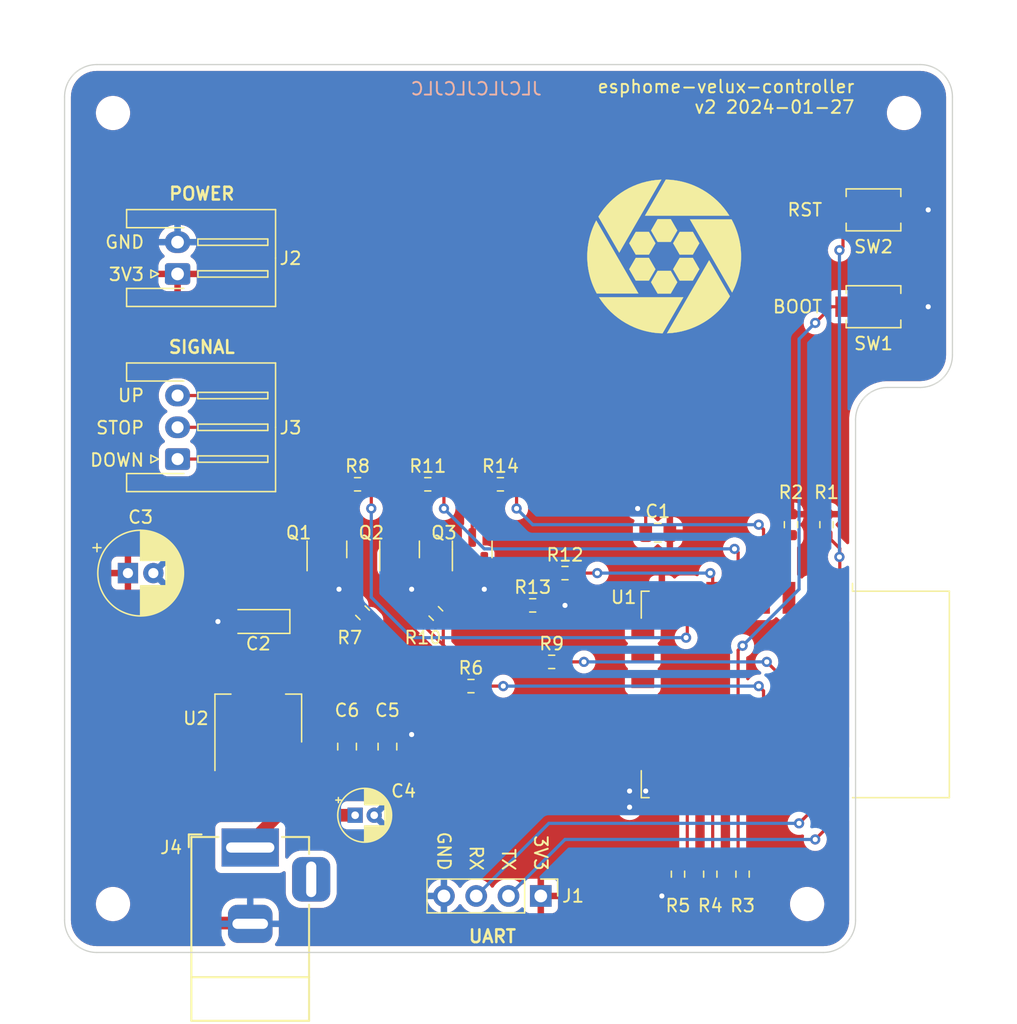
<source format=kicad_pcb>
(kicad_pcb (version 20241229) (generator "pcbnew") (generator_version "9.0")
  (layers (0 "F.Cu" signal) (2 "B.Cu" signal) (13 "F.Paste" user) (15 "B.Paste" user) (5 "F.SilkS" user "F.Silkscreen") (7 "B.SilkS" user "B.Silkscreen") (1 "F.Mask" user) (3 "B.Mask" user) (25 "Edge.Cuts" user))
  (net 0 "")
  (net 1 "GND")
  (net 2 "+3.3V")
  (net 3 "VCC")
  (net 4 "/TXD")
  (net 5 "/RXD")
  (net 6 "/GPIO4")
  (net 7 "/GPIO5")
  (net 8 "/GPIO12")
  (net 9 "/RST")
  (net 10 "/EN")
  (net 11 "/GPIO0")
  (net 12 "/GPIO2")
  (net 13 "/GPIO15")
  (net 15 "/GPIO14")
  (net 16 "/GPIO16")
  (net 17 "/GPIO13")
  (net 24 "/LINE_UP")
  (net 25 "/LINE_STOP")
  (net 26 "/LINE_DOWN")
  (net 28 "Net-(Q1-B)")
  (net 29 "Net-(Q2-B)")
  (net 30 "Net-(Q3-B)")
  (footprint "footprints:SW_PTS820" (layer "F.Cu") (at 203.34 74.93 180)
    (property "Reference" "SW2" (at 0 -2.9 0) (layer "F.SilkS"))
    (property "Value" "RST" (at 3.95 0 180) (layer "F.SilkS") (effects (justify right)))
    (pad "1" smd rect (at -2.4 0 180) (size 1.2 1.6) (layers "F.Cu" "F.Mask" "F.Paste") (net 1 "GND"))
    (pad "2" smd rect (at 2.4 0 180) (size 1.2 1.6) (layers "F.Cu" "F.Mask" "F.Paste") (net 9 "/RST"))
  )
  (footprint "Capacitor_SMD:C_0805_2012Metric" (layer "F.Cu") (at 165.1 117.155 -90)
    (property "Reference" "C5" (at -2.855 0 180) (layer "F.SilkS"))
    (property "Value" "10μF")
    (pad "1" smd roundrect (at -0.95 0 270) (size 1 1.45) (layers "F.Cu" "F.Mask" "F.Paste") (net 1 "GND"))
    (pad "2" smd roundrect (at 0.95 0 270) (size 1 1.45) (layers "F.Cu" "F.Mask" "F.Paste") (net 3 "VCC"))
  )
  (footprint "Package_TO_SOT_SMD:SOT-23" (layer "F.Cu") (at 160.34 101.64 90)
    (property "Reference" "Q1" (at 1.31 -2.225 180) (layer "F.SilkS"))
    (property "Value" "MMBT3904")
    (pad "1" smd roundrect (at -0.9375 -0.95 90) (size 1.475 0.6) (layers "F.Cu" "F.Mask" "F.Paste") (net 28 "Net-(Q1-B)"))
    (pad "2" smd roundrect (at -0.9375 0.95 90) (size 1.475 0.6) (layers "F.Cu" "F.Mask" "F.Paste") (net 1 "GND"))
    (pad "3" smd roundrect (at 0.9375 0 90) (size 1.475 0.6) (layers "F.Cu" "F.Mask" "F.Paste") (net 26 "/LINE_DOWN"))
  )
  (footprint "Resistor_SMD:R_0603_1608Metric" (layer "F.Cu") (at 187.96 127.19 90)
    (property "Reference" "R5" (at -2.477 0 180) (layer "F.SilkS"))
    (property "Value" "10K")
    (pad "1" smd roundrect (at -0.825 0 90) (size 0.8 0.95) (layers "F.Cu" "F.Mask" "F.Paste") (net 1 "GND"))
    (pad "2" smd roundrect (at 0.825 0 90) (size 0.8 0.95) (layers "F.Cu" "F.Mask" "F.Paste") (net 13 "/GPIO15"))
  )
  (footprint "MountingHole:MountingHole_2.2mm_M2" (layer "F.Cu") (at 198.12 129.54)
    (property "Reference" "H1")
    (property "Value" "MountingHole")
    (pad "" np_thru_hole circle (at 0 0) (size 2.2 2.2) (drill 2.2) (layers "*.Cu" "*.Mask"))
  )
  (footprint "Resistor_SMD:R_0603_1608Metric" (layer "F.Cu") (at 179.07 103.505)
    (property "Reference" "R12" (at 0 -1.43 0) (layer "F.SilkS"))
    (property "Value" "1K")
    (pad "1" smd roundrect (at -0.825 0) (size 0.8 0.95) (layers "F.Cu" "F.Mask" "F.Paste") (net 30 "Net-(Q3-B)"))
    (pad "2" smd roundrect (at 0.825 0) (size 0.8 0.95) (layers "F.Cu" "F.Mask" "F.Paste") (net 8 "/GPIO12"))
  )
  (footprint "footprints:SW_PTS820" (layer "F.Cu") (at 203.34 82.55 180)
    (property "Reference" "SW1" (at 0 -2.9 0) (layer "F.SilkS"))
    (property "Value" "BOOT" (at 3.95 0 180) (layer "F.SilkS") (effects (justify right)))
    (pad "1" smd rect (at -2.4 0 180) (size 1.2 1.6) (layers "F.Cu" "F.Mask" "F.Paste") (net 1 "GND"))
    (pad "2" smd rect (at 2.4 0 180) (size 1.2 1.6) (layers "F.Cu" "F.Mask" "F.Paste") (net 11 "/GPIO0"))
  )
  (footprint "Resistor_SMD:R_0603_1608Metric" (layer "F.Cu") (at 178.0225 110.49)
    (property "Reference" "R9" (at 0 -1.43 0) (layer "F.SilkS"))
    (property "Value" "1K")
    (pad "1" smd roundrect (at -0.825 0) (size 0.8 0.95) (layers "F.Cu" "F.Mask" "F.Paste") (net 29 "Net-(Q2-B)"))
    (pad "2" smd roundrect (at 0.825 0) (size 0.8 0.95) (layers "F.Cu" "F.Mask" "F.Paste") (net 7 "/GPIO5"))
  )
  (footprint "Resistor_SMD:R_0603_1608Metric" (layer "F.Cu") (at 176.53 106.045)
    (property "Reference" "R13" (at 0 -1.43 0) (layer "F.SilkS"))
    (property "Value" "10K")
    (pad "1" smd roundrect (at -0.825 0) (size 0.8 0.95) (layers "F.Cu" "F.Mask" "F.Paste") (net 30 "Net-(Q3-B)"))
    (pad "2" smd roundrect (at 0.825 0) (size 0.8 0.95) (layers "F.Cu" "F.Mask" "F.Paste") (net 1 "GND"))
  )
  (footprint "Resistor_SMD:R_0603_1608Metric" (layer "F.Cu") (at 193.04 127.19 -90)
    (property "Reference" "R3" (at 2.477 0 180) (layer "F.SilkS"))
    (property "Value" "10K")
    (pad "1" smd roundrect (at -0.825 0 270) (size 0.8 0.95) (layers "F.Cu" "F.Mask" "F.Paste") (net 11 "/GPIO0"))
    (pad "2" smd roundrect (at 0.825 0 270) (size 0.8 0.95) (layers "F.Cu" "F.Mask" "F.Paste") (net 2 "+3.3V"))
  )
  (footprint "Resistor_SMD:R_0603_1608Metric" (layer "F.Cu") (at 199.644 99.695 90)
    (property "Reference" "R1" (at 2.54 0 180) (layer "F.SilkS"))
    (property "Value" "10K")
    (pad "1" smd roundrect (at -0.825 0 90) (size 0.8 0.95) (layers "F.Cu" "F.Mask" "F.Paste") (net 9 "/RST"))
    (pad "2" smd roundrect (at 0.825 0 90) (size 0.8 0.95) (layers "F.Cu" "F.Mask" "F.Paste") (net 2 "+3.3V"))
  )
  (footprint "RF_Module:ESP-12E" (layer "F.Cu") (at 197.19 113.05 -90)
    (property "Reference" "U1" (at -7.64 12.405 180) (layer "F.SilkS") (effects (justify right)))
    (property "Value" "ESP-12F")
    (pad "1" smd rect (at -7.6 -3.5 270) (size 2.5 1) (layers "F.Cu" "F.Mask" "F.Paste") (net 9 "/RST"))
    (pad "2" smd rect (at -7.6 -1.5 270) (size 2.5 1) (layers "F.Cu" "F.Mask" "F.Paste"))
    (pad "3" smd rect (at -7.6 0.5 270) (size 2.5 1) (layers "F.Cu" "F.Mask" "F.Paste") (net 10 "/EN"))
    (pad "4" smd rect (at -7.6 2.5 270) (size 2.5 1) (layers "F.Cu" "F.Mask" "F.Paste") (net 16 "/GPIO16"))
    (pad "5" smd rect (at -7.6 4.5 270) (size 2.5 1) (layers "F.Cu" "F.Mask" "F.Paste") (net 15 "/GPIO14"))
    (pad "6" smd rect (at -7.6 6.5 270) (size 2.5 1) (layers "F.Cu" "F.Mask" "F.Paste") (net 8 "/GPIO12"))
    (pad "7" smd rect (at -7.6 8.5 270) (size 2.5 1) (layers "F.Cu" "F.Mask" "F.Paste") (net 17 "/GPIO13"))
    (pad "8" smd rect (at -7.6 10.5 270) (size 2.5 1) (layers "F.Cu" "F.Mask" "F.Paste") (net 2 "+3.3V"))
    (pad "9" smd rect (at -5 12 270) (size 1 1.8) (layers "F.Cu" "F.Mask" "F.Paste"))
    (pad "10" smd rect (at -3 12 270) (size 1 1.8) (layers "F.Cu" "F.Mask" "F.Paste"))
    (pad "11" smd rect (at -1 12 270) (size 1 1.8) (layers "F.Cu" "F.Mask" "F.Paste"))
    (pad "12" smd rect (at 1 12 270) (size 1 1.8) (layers "F.Cu" "F.Mask" "F.Paste"))
    (pad "13" smd rect (at 3 12 270) (size 1 1.8) (layers "F.Cu" "F.Mask" "F.Paste"))
    (pad "14" smd rect (at 5 12 270) (size 1 1.8) (layers "F.Cu" "F.Mask" "F.Paste"))
    (pad "15" smd rect (at 7.6 10.5 270) (size 2.5 1) (layers "F.Cu" "F.Mask" "F.Paste") (net 1 "GND"))
    (pad "16" smd rect (at 7.6 8.5 270) (size 2.5 1) (layers "F.Cu" "F.Mask" "F.Paste") (net 13 "/GPIO15"))
    (pad "17" smd rect (at 7.6 6.5 270) (size 2.5 1) (layers "F.Cu" "F.Mask" "F.Paste") (net 12 "/GPIO2"))
    (pad "18" smd rect (at 7.6 4.5 270) (size 2.5 1) (layers "F.Cu" "F.Mask" "F.Paste") (net 11 "/GPIO0"))
    (pad "19" smd rect (at 7.6 2.5 270) (size 2.5 1) (layers "F.Cu" "F.Mask" "F.Paste") (net 6 "/GPIO4"))
    (pad "20" smd rect (at 7.6 0.5 270) (size 2.5 1) (layers "F.Cu" "F.Mask" "F.Paste") (net 7 "/GPIO5"))
    (pad "21" smd rect (at 7.6 -1.5 270) (size 2.5 1) (layers "F.Cu" "F.Mask" "F.Paste") (net 5 "/RXD"))
    (pad "22" smd rect (at 7.6 -3.5 270) (size 2.5 1) (layers "F.Cu" "F.Mask" "F.Paste") (net 4 "/TXD"))
    (zone (net 0) (net_name "") (layers "F.Cu" "B.Cu") (connect_pads (clearance 0)) (min_thickness 0.254)
      (keepout (tracks not_allowed) (vias not_allowed) (pads not_allowed) (copperpour not_allowed) (footprints not_allowed))
      (fill (thermal_gap 0.508) (thermal_bridge_width 0.508))
      (polygon (pts (xy 201.99 104.93) (xy 201.99 121.17) (xy 209.31 121.17) (xy 209.31 104.93)))
    )
  )
  (footprint "Connector_JST:JST_XH_S3B-XH-A-1_1x03_P2.50mm_Horizontal" (layer "F.Cu") (at 148.59 94.535 90)
    (property "Reference" "J3" (at 2.46 8.89 180) (layer "F.SilkS"))
    (property "Value" "SIGNAL" (at 8.81 1.905 180) (layer "F.SilkS") (effects (font (thickness 0.2) (bold yes))))
    (pad "1" thru_hole roundrect (at 0 0 90) (size 1.7 1.95) (drill 0.95) (layers "*.Cu" "*.Mask") (roundrect_rratio 0.1470588235) (net 26 "/LINE_DOWN"))
    (pad "2" thru_hole oval (at 2.5 0 90) (size 1.7 1.95) (drill 0.95) (layers "*.Cu" "*.Mask") (net 25 "/LINE_STOP"))
    (pad "3" thru_hole oval (at 5 0 90) (size 1.7 1.95) (drill 0.95) (layers "*.Cu" "*.Mask") (net 24 "/LINE_UP"))
  )
  (footprint "Package_TO_SOT_SMD:SOT-223-3_TabPin2" (layer "F.Cu") (at 154.94 114.935 90)
    (property "Reference" "U2" (at 0 -3.81 180) (layer "F.SilkS") (effects (justify right)))
    (property "Value" "AMS1117-3.3")
    (pad "1" smd rect (at -3.15 -2.3 90) (size 2 1.5) (layers "F.Cu" "F.Mask" "F.Paste") (net 1 "GND"))
    (pad "2" smd rect (at -3.15 0 90) (size 2 1.5) (layers "F.Cu" "F.Mask" "F.Paste") (net 2 "+3.3V"))
    (pad "2" smd rect (at 3.15 0 90) (size 2 3.8) (layers "F.Cu" "F.Mask" "F.Paste") (net 2 "+3.3V"))
    (pad "3" smd rect (at -3.15 2.3 90) (size 2 1.5) (layers "F.Cu" "F.Mask" "F.Paste") (net 3 "VCC"))
  )
  (footprint "Capacitor_THT:CP_Radial_D4.0mm_P1.50mm" (layer "F.Cu") (at 162.56 122.555)
    (property "Reference" "C4" (at 3.81 -1.905 0) (layer "F.SilkS"))
    (property "Value" "10μF")
    (pad "1" thru_hole rect (at 0 0) (size 1.2 1.2) (drill 0.6) (layers "*.Cu" "*.Mask") (net 3 "VCC"))
    (pad "2" thru_hole circle (at 1.5 0) (size 1.2 1.2) (drill 0.6) (layers "*.Cu" "*.Mask") (net 1 "GND"))
  )
  (footprint "MountingHole:MountingHole_2.2mm_M2" (layer "F.Cu") (at 205.74 67.31)
    (property "Reference" "H4")
    (property "Value" "MountingHole")
    (pad "" np_thru_hole circle (at 0 0) (size 2.2 2.2) (drill 2.2) (layers "*.Cu" "*.Mask"))
  )
  (footprint "footprints:CP_Radial_D6.5mm_P2.00mm" (layer "F.Cu") (at 144.685 103.505)
    (property "Reference" "C3" (at 1 -4.4 0) (layer "F.SilkS"))
    (property "Value" "470μF")
    (pad "1" thru_hole rect (at 0 0) (size 1.6 1.6) (drill 0.8) (layers "*.Cu" "*.Mask") (net 2 "+3.3V"))
    (pad "2" thru_hole circle (at 2 0) (size 1.6 1.6) (drill 0.8) (layers "*.Cu" "*.Mask") (net 1 "GND"))
  )
  (footprint "footprints:DC_barrel_jack_2.1mm" (layer "F.Cu") (at 154.305 125.095 90)
    (property "Reference" "J4" (at 0 -6.223 180) (layer "F.SilkS"))
    (property "Value" "PWR")
    (pad "1" thru_hole rect (at 0 0 90) (size 3 4.5) (drill oval 0.8 3.8) (layers "*.Cu" "*.Mask") (net 3 "VCC"))
    (pad "2" thru_hole roundrect (at -6 0 90) (size 3 3.5) (drill oval 0.8 2.8) (layers "*.Cu" "*.Mask") (net 1 "GND"))
    (pad "3" thru_hole roundrect (at -2.5 4.8 90) (size 3.5 3) (drill oval 2.8 0.8) (layers "*.Cu" "*.Mask"))
  )
  (footprint "MountingHole:MountingHole_2.2mm_M2" (layer "F.Cu") (at 143.51 67.31)
    (property "Reference" "H3")
    (property "Value" "MountingHole")
    (pad "" np_thru_hole circle (at 0 0) (size 2.2 2.2) (drill 2.2) (layers "*.Cu" "*.Mask"))
  )
  (footprint "Resistor_SMD:R_0603_1608Metric" (layer "F.Cu") (at 162.75 96.52)
    (property "Reference" "R8" (at 0 -1.43 0) (layer "F.SilkS"))
    (property "Value" "1K")
    (pad "1" smd roundrect (at -0.825 0) (size 0.8 0.95) (layers "F.Cu" "F.Mask" "F.Paste") (net 26 "/LINE_DOWN"))
    (pad "2" smd roundrect (at 0.825 0) (size 0.8 0.95) (layers "F.Cu" "F.Mask" "F.Paste") (net 17 "/GPIO13"))
  )
  (footprint "Capacitor_SMD:C_0805_2012Metric" (layer "F.Cu") (at 161.925 117.155 -90)
    (property "Reference" "C6" (at -2.855 0 180) (layer "F.SilkS"))
    (property "Value" "0.1μF")
    (pad "1" smd roundrect (at -0.95 0 270) (size 1 1.45) (layers "F.Cu" "F.Mask" "F.Paste") (net 1 "GND"))
    (pad "2" smd roundrect (at 0.95 0 270) (size 1 1.45) (layers "F.Cu" "F.Mask" "F.Paste") (net 3 "VCC"))
  )
  (footprint "Capacitor_Tantalum_SMD:CP_EIA-3216-10_Kemet-I_Pad1.58x1.35mm_HandSolder" (layer "F.Cu") (at 154.94 107.315 180)
    (property "Reference" "C2" (at 0 -1.75 180) (layer "F.SilkS"))
    (property "Value" "22μF")
    (pad "1" smd roundrect (at -1.4375 0 180) (size 1.575 1.35) (layers "F.Cu" "F.Mask" "F.Paste") (roundrect_rratio 0.185185) (net 2 "+3.3V"))
    (pad "2" smd roundrect (at 1.4375 0 180) (size 1.575 1.35) (layers "F.Cu" "F.Mask" "F.Paste") (roundrect_rratio 0.185185) (net 1 "GND"))
  )
  (footprint "Resistor_SMD:R_0603_1608Metric" (layer "F.Cu") (at 173.99 96.52)
    (property "Reference" "R14" (at 0 -1.43 0) (layer "F.SilkS"))
    (property "Value" "1K")
    (pad "1" smd roundrect (at -0.825 0) (size 0.8 0.95) (layers "F.Cu" "F.Mask" "F.Paste") (net 24 "/LINE_UP"))
    (pad "2" smd roundrect (at 0.825 0) (size 0.8 0.95) (layers "F.Cu" "F.Mask" "F.Paste") (net 16 "/GPIO16"))
  )
  (footprint "Package_TO_SOT_SMD:SOT-23" (layer "F.Cu") (at 166.055 101.64 90)
    (property "Reference" "Q2" (at 1.31 -2.225 180) (layer "F.SilkS"))
    (property "Value" "MMBT3904")
    (pad "1" smd roundrect (at -0.9375 -0.95 90) (size 1.475 0.6) (layers "F.Cu" "F.Mask" "F.Paste") (net 29 "Net-(Q2-B)"))
    (pad "2" smd roundrect (at -0.9375 0.95 90) (size 1.475 0.6) (layers "F.Cu" "F.Mask" "F.Paste") (net 1 "GND"))
    (pad "3" smd roundrect (at 0.9375 0 90) (size 1.475 0.6) (layers "F.Cu" "F.Mask" "F.Paste") (net 25 "/LINE_STOP"))
  )
  (footprint "Package_TO_SOT_SMD:SOT-23" (layer "F.Cu") (at 171.77 101.64 90)
    (property "Reference" "Q3" (at 1.31 -2.225 180) (layer "F.SilkS"))
    (property "Value" "MMBT3904")
    (pad "1" smd roundrect (at -0.9375 -0.95 90) (size 1.475 0.6) (layers "F.Cu" "F.Mask" "F.Paste") (net 30 "Net-(Q3-B)"))
    (pad "2" smd roundrect (at -0.9375 0.95 90) (size 1.475 0.6) (layers "F.Cu" "F.Mask" "F.Paste") (net 1 "GND"))
    (pad "3" smd roundrect (at 0.9375 0 90) (size 1.475 0.6) (layers "F.Cu" "F.Mask" "F.Paste") (net 24 "/LINE_UP"))
  )
  (footprint "Resistor_SMD:R_0603_1608Metric" (layer "F.Cu") (at 168.275 96.52)
    (property "Reference" "R11" (at 0 -1.43 0) (layer "F.SilkS"))
    (property "Value" "1K")
    (pad "1" smd roundrect (at -0.825 0) (size 0.8 0.95) (layers "F.Cu" "F.Mask" "F.Paste") (net 25 "/LINE_STOP"))
    (pad "2" smd roundrect (at 0.825 0) (size 0.8 0.95) (layers "F.Cu" "F.Mask" "F.Paste") (net 15 "/GPIO14"))
  )
  (footprint "Resistor_SMD:R_0603_1608Metric" (layer "F.Cu") (at 196.85 99.695 90)
    (property "Reference" "R2" (at 2.54 0 180) (layer "F.SilkS"))
    (property "Value" "10K")
    (pad "1" smd roundrect (at -0.825 0 90) (size 0.8 0.95) (layers "F.Cu" "F.Mask" "F.Paste") (net 10 "/EN"))
    (pad "2" smd roundrect (at 0.825 0 90) (size 0.8 0.95) (layers "F.Cu" "F.Mask" "F.Paste") (net 2 "+3.3V"))
  )
  (footprint "Resistor_SMD:R_0603_1608Metric" (layer "F.Cu") (at 163.143363 106.628363 135)
    (property "Reference" "R7" (at -0.668551 -2.098552 180) (layer "F.SilkS"))
    (property "Value" "10K")
    (pad "1" smd roundrect (at -0.825 0 135) (size 0.8 0.95) (layers "F.Cu" "F.Mask" "F.Paste") (net 28 "Net-(Q1-B)"))
    (pad "2" smd roundrect (at 0.825 0 135) (size 0.8 0.95) (layers "F.Cu" "F.Mask" "F.Paste") (net 1 "GND"))
  )
  (footprint "Connector_JST:JST_XH_S2B-XH-A-1_1x02_P2.50mm_Horizontal" (layer "F.Cu") (at 148.59 79.97 90)
    (property "Reference" "J2" (at 1.23 8.89 180) (layer "F.SilkS"))
    (property "Value" "POWER" (at 6.31 1.905 180) (layer "F.SilkS") (effects (font (thickness 0.2) (bold yes))))
    (pad "1" thru_hole roundrect (at 0 0 90) (size 1.7 2) (drill 1) (layers "*.Cu" "*.Mask") (roundrect_rratio 0.1470588235) (net 2 "+3.3V"))
    (pad "2" thru_hole oval (at 2.5 0 90) (size 1.7 2) (drill 1) (layers "*.Cu" "*.Mask") (net 1 "GND"))
  )
  (footprint "MountingHole:MountingHole_2.2mm_M2" (layer "F.Cu") (at 143.51 129.54)
    (property "Reference" "H2")
    (property "Value" "MountingHole")
    (pad "" np_thru_hole circle (at 0 0) (size 2.2 2.2) (drill 2.2) (layers "*.Cu" "*.Mask"))
  )
  (footprint "Capacitor_SMD:C_0805_2012Metric" (layer "F.Cu") (at 186.37 100.33)
    (property "Reference" "C1" (at 0 -1.68 0) (layer "F.SilkS"))
    (property "Value" "0.1μF")
    (pad "1" smd roundrect (at -0.95 0) (size 1 1.45) (layers "F.Cu" "F.Mask" "F.Paste") (net 1 "GND"))
    (pad "2" smd roundrect (at 0.95 0) (size 1 1.45) (layers "F.Cu" "F.Mask" "F.Paste") (net 2 "+3.3V"))
  )
  (footprint "Resistor_SMD:R_0603_1608Metric" (layer "F.Cu") (at 168.91 106.68 135)
    (property "Reference" "R10" (at -0.632038 -2.062039 180) (layer "F.SilkS"))
    (property "Value" "10K")
    (pad "1" smd roundrect (at -0.825 0 135) (size 0.8 0.95) (layers "F.Cu" "F.Mask" "F.Paste") (net 29 "Net-(Q2-B)"))
    (pad "2" smd roundrect (at 0.825 0 135) (size 0.8 0.95) (layers "F.Cu" "F.Mask" "F.Paste") (net 1 "GND"))
  )
  (footprint "Resistor_SMD:R_0603_1608Metric" (layer "F.Cu") (at 190.5 127.19 -90)
    (property "Reference" "R4" (at 2.477 0 180) (layer "F.SilkS"))
    (property "Value" "10K")
    (pad "1" smd roundrect (at -0.825 0 270) (size 0.8 0.95) (layers "F.Cu" "F.Mask" "F.Paste") (net 12 "/GPIO2"))
    (pad "2" smd roundrect (at 0.825 0 270) (size 0.8 0.95) (layers "F.Cu" "F.Mask" "F.Paste") (net 2 "+3.3V"))
  )
  (footprint "Resistor_SMD:R_0603_1608Metric" (layer "F.Cu") (at 171.6725 112.395)
    (property "Reference" "R6" (at 0 -1.43 0) (layer "F.SilkS"))
    (property "Value" "1K")
    (pad "1" smd roundrect (at -0.825 0) (size 0.8 0.95) (layers "F.Cu" "F.Mask" "F.Paste") (net 28 "Net-(Q1-B)"))
    (pad "2" smd roundrect (at 0.825 0) (size 0.8 0.95) (layers "F.Cu" "F.Mask" "F.Paste") (net 6 "/GPIO4"))
  )
  (footprint "Connector_PinHeader_2.54mm:PinHeader_1x04_P2.54mm_Vertical" (layer "F.Cu") (at 177.165 128.905 -90)
    (property "Reference" "J1" (at 0 -2.54 180) (layer "F.SilkS"))
    (property "Value" "UART" (at 3.175 3.81 180) (layer "F.SilkS") (effects (font (thickness 0.2) (bold yes))))
    (pad "1" thru_hole rect (at 0 0 270) (size 1.7 1.7) (drill 1) (layers "*.Cu" "*.Mask") (net 2 "+3.3V"))
    (pad "2" thru_hole oval (at 0 2.54 270) (size 1.7 1.7) (drill 1) (layers "*.Cu" "*.Mask") (net 4 "/TXD"))
    (pad "3" thru_hole oval (at 0 5.08 270) (size 1.7 1.7) (drill 1) (layers "*.Cu" "*.Mask") (net 5 "/RXD"))
    (pad "4" thru_hole oval (at 0 7.62 270) (size 1.7 1.7) (drill 1) (layers "*.Cu" "*.Mask") (net 1 "GND"))
  )
  (gr_poly (pts (xy 192.045568 81.72908) (xy 191.84419 82.039066) (xy 191.62482 82.335555) (xy 191.388225 82.617776) (xy 191.135175 82.884958) (xy 190.866436 83.136333) (xy 190.582778 83.371129) (xy 190.284968 83.588577) (xy 189.973775 83.787906) (xy 189.649966 83.968346) (xy 189.31431 84.129127) (xy 188.967574 84.269479) (xy 188.610528 84.388631) (xy 188.243938 84.485814) (xy 187.868574 84.560257) (xy 187.485203 84.611189) (xy 187.094594 84.637842) (xy 188.771184 81.733793) (xy 190.40974 78.895682)) (stroke (width 0.016)) (fill yes) (layer "F.SilkS"))
  (gr_poly (pts (xy 187.905004 80.61998) (xy 187.388778 81.514023) (xy 186.356448 81.514023) (xy 185.840304 80.61998) (xy 186.356448 79.725936) (xy 187.388778 79.725936)) (stroke (width 0.016)) (fill yes) (layer "F.SilkS"))
  (gr_poly (pts (xy 186.745922 84.641315) (xy 186.549115 84.63409) (xy 186.353976 84.620657) (xy 186.1606 84.601111) (xy 185.969083 84.575551) (xy 185.779521 84.544071) (xy 185.592008 84.506768) (xy 185.406642 84.463738) (xy 185.223517 84.415079) (xy 185.042729 84.360886) (xy 184.864373 84.301256) (xy 184.688546 84.236285) (xy 184.515342 84.166069) (xy 184.177188 84.01029) (xy 183.850675 83.834689) (xy 183.536569 83.640037) (xy 183.235633 83.427106) (xy 182.948634 83.196667) (xy 182.676334 82.949489) (xy 182.4195 82.686346) (xy 182.178895 82.408007) (xy 181.955284 82.115244) (xy 181.749432 81.808827) (xy 188.381171 81.808827)) (stroke (width 0.016)) (fill yes) (layer "F.SilkS"))
  (gr_poly (pts (xy 186.186494 79.598977) (xy 185.670144 80.493021) (xy 184.637855 80.493021) (xy 184.121711 79.598977) (xy 184.637855 78.704851) (xy 185.670144 78.704851)) (stroke (width 0.016)) (fill yes) (layer "F.SilkS"))
  (gr_poly (pts (xy 184.974165 75.457297) (xy 183.335568 78.295284) (xy 181.699616 75.461928) (xy 181.901011 75.151945) (xy 182.120397 74.855461) (xy 182.357006 74.573246) (xy 182.61007 74.30607) (xy 182.878823 74.054704) (xy 183.162494 73.819916) (xy 183.460317 73.602478) (xy 183.771524 73.403159) (xy 184.095347 73.222728) (xy 184.431017 73.061957) (xy 184.777767 72.921615) (xy 185.134829 72.802472) (xy 185.501435 72.705297) (xy 185.876818 72.630862) (xy 186.260208 72.579936) (xy 186.650838 72.553289)) (stroke (width 0.016)) (fill yes) (layer "F.SilkS"))
  (gr_poly (pts (xy 192.260358 75.845993) (xy 192.342371 76.012433) (xy 192.419416 76.181672) (xy 192.49139 76.35362) (xy 192.558192 76.528186) (xy 192.61972 76.705281) (xy 192.675872 76.884815) (xy 192.726545 77.066697) (xy 192.771639 77.250838) (xy 192.811051 77.437148) (xy 192.844679 77.625536) (xy 192.872422 77.815912) (xy 192.894177 78.008187) (xy 192.909842 78.202271) (xy 192.919316 78.398073) (xy 192.922497 78.595504) (xy 192.919505 78.78674) (xy 192.910592 78.976441) (xy 192.895853 79.164524) (xy 192.875383 79.35091) (xy 192.849277 79.535519) (xy 192.817629 79.71827) (xy 192.780534 79.899083) (xy 192.738088 80.077877) (xy 192.690384 80.254573) (xy 192.637517 80.429089) (xy 192.579583 80.601346) (xy 192.516676 80.771263) (xy 192.448891 80.93876) (xy 192.376323 81.103756) (xy 192.299066 81.266172) (xy 192.217216 81.425926) (xy 190.539717 78.520428) (xy 188.90116 75.682441) (xy 192.173478 75.682441)) (stroke (width 0.016)) (fill yes) (layer "F.SilkS"))
  (gr_poly (pts (xy 187.905046 76.553417) (xy 187.388778 77.447461) (xy 186.356448 77.447461) (xy 185.840304 76.553417) (xy 186.356448 75.659332) (xy 187.388778 75.659332)) (stroke (width 0.016)) (fill yes) (layer "F.SilkS"))
  (gr_poly (pts (xy 183.20555 78.67058) (xy 184.844148 81.508649) (xy 181.571789 81.508649) (xy 181.484912 81.345103) (xy 181.402902 81.178667) (xy 181.325861 81.009431) (xy 181.25389 80.837486) (xy 181.187091 80.66292) (xy 181.125567 80.485824) (xy 181.069418 80.306289) (xy 181.018748 80.124404) (xy 180.973657 79.940259) (xy 180.934248 79.753945) (xy 180.900622 79.565552) (xy 180.872882 79.375169) (xy 180.851129 79.182887) (xy 180.835465 78.988795) (xy 180.825992 78.792985) (xy 180.822812 78.595545) (xy 180.825804 78.40432) (xy 180.834717 78.21463) (xy 180.849457 78.026555) (xy 180.869928 77.840176) (xy 180.896035 77.655572) (xy 180.927683 77.472825) (xy 180.964778 77.292014) (xy 181.007224 77.11322) (xy 181.054927 76.936523) (xy 181.107791 76.762004) (xy 181.165722 76.589744) (xy 181.228624 76.419821) (xy 181.296403 76.252318) (xy 181.368964 76.087313) (xy 181.446211 75.924889) (xy 181.52805 75.765124)) (stroke (width 0.016)) (fill yes) (layer "F.SilkS"))
  (gr_poly (pts (xy 186.186329 77.556848) (xy 185.670061 78.450851) (xy 184.637731 78.450851) (xy 184.121628 77.556848) (xy 184.637772 76.662764) (xy 185.670102 76.662764)) (stroke (width 0.016)) (fill yes) (layer "F.SilkS"))
  (gr_poly (pts (xy 189.64096 77.556848) (xy 189.124692 78.450851) (xy 188.092404 78.450851) (xy 187.576301 77.556848) (xy 188.092404 76.662764) (xy 189.124692 76.662764)) (stroke (width 0.016)) (fill yes) (layer "F.SilkS"))
  (gr_poly (pts (xy 189.641084 79.598977) (xy 189.124692 80.493021) (xy 188.092404 80.493021) (xy 187.576301 79.598977) (xy 188.092404 78.704851) (xy 189.124692 78.704851)) (stroke (width 0.016)) (fill yes) (layer "F.SilkS"))
  (gr_poly (pts (xy 187.196234 72.557068) (xy 187.391373 72.570488) (xy 187.584749 72.590021) (xy 187.776266 72.615571) (xy 187.965828 72.647041) (xy 188.153339 72.684335) (xy 188.338705 72.727356) (xy 188.521829 72.776009) (xy 188.702616 72.830196) (xy 188.880971 72.889821) (xy 189.056797 72.954788) (xy 189.23 73.025) (xy 189.568151 73.180774) (xy 189.89466 73.356371) (xy 190.208763 73.551021) (xy 190.509695 73.763952) (xy 190.796691 73.994391) (xy 191.068987 74.241568) (xy 191.325818 74.504711) (xy 191.566419 74.783049) (xy 191.790027 75.07581) (xy 191.995875 75.382222) (xy 185.364095 75.382222) (xy 186.999426 72.549858)) (stroke (width 0.016)) (fill yes) (layer "F.SilkS"))
  (gr_arc (start 201.93 91.44) (mid 202.673949 89.643949) (end 204.47 88.9) (stroke (width 0.1)) (layer "Edge.Cuts"))
  (gr_line (start 201.93 130.81) (end 201.93 91.44) (stroke (width 0.1)) (layer "Edge.Cuts"))
  (gr_line (start 142.24 63.5) (end 207.01 63.5) (stroke (width 0.1)) (layer "Edge.Cuts"))
  (gr_line (start 209.55 66.04) (end 209.55 86.36) (stroke (width 0.1)) (layer "Edge.Cuts"))
  (gr_line (start 199.39 133.35) (end 142.24 133.35) (stroke (width 0.1)) (layer "Edge.Cuts"))
  (gr_arc (start 142.24 133.35) (mid 140.443949 132.606051) (end 139.7 130.81) (stroke (width 0.1)) (layer "Edge.Cuts"))
  (gr_arc (start 201.93 130.81) (mid 201.186051 132.606051) (end 199.39 133.35) (stroke (width 0.1)) (layer "Edge.Cuts"))
  (gr_arc (start 207.01 63.5) (mid 208.806051 64.243949) (end 209.55 66.04) (stroke (width 0.1)) (layer "Edge.Cuts"))
  (gr_line (start 139.7 130.81) (end 139.7 66.04) (stroke (width 0.1)) (layer "Edge.Cuts"))
  (gr_arc (start 209.55 86.36) (mid 208.806051 88.156051) (end 207.01 88.9) (stroke (width 0.1)) (layer "Edge.Cuts"))
  (gr_line (start 204.47 88.9) (end 207.01 88.9) (stroke (width 0.1)) (layer "Edge.Cuts"))
  (gr_arc (start 139.7 66.04) (mid 140.443949 64.243949) (end 142.24 63.5) (stroke (width 0.1)) (layer "Edge.Cuts"))
  (gr_text "GND" (at 146.05 77.47 0) (layer "F.SilkS") (effects (font (size 1 1)) (justify right)))
  (gr_text "3V3" (at 146.05 80.01 0) (layer "F.SilkS") (effects (font (size 1 1)) (justify right)))
  (gr_text "TX" (at 174.625 127 270) (layer "F.SilkS") (effects (font (size 1 1)) (justify right)))
  (gr_text "STOP" (at 146.05 92.075 0) (layer "F.SilkS") (effects (font (size 1 1)) (justify right)))
  (gr_text "3V3" (at 177.165 127 270) (layer "F.SilkS") (effects (font (size 1 1)) (justify right)))
  (gr_text "esphome-velux-controller\nv2 2024-01-27" (at 201.93 66.04 0) (layer "F.SilkS") (effects (font (size 1 1)) (justify right)))
  (gr_text "GND" (at 169.545 127 270) (layer "F.SilkS") (effects (font (size 1 1)) (justify right)))
  (gr_text "DOWN" (at 146.05 94.615 0) (layer "F.SilkS") (effects (font (size 1 1)) (justify right)))
  (gr_text "UP" (at 146.05 89.535 0) (layer "F.SilkS") (effects (font (size 1 1)) (justify right)))
  (gr_text "RX" (at 172.085 127 270) (layer "F.SilkS") (effects (font (size 1 1)) (justify right)))
  (gr_text "JLCJLCJLCJLC" (at 172.085 65.405 0) (layer "B.SilkS") (effects (font (size 1 1)) (justify mirror)))
  (segment (start 187.96 128.015) (end 187.58 128.015) (width 0.25) (layer "F.Cu") (net 1))
  (segment (start 184.15 120.65) (end 184.15 121.92) (width 1) (layer "F.Cu") (net 1))
  (segment (start 161.925 116.205) (end 165.1 116.205) (width 0.5) (layer "F.Cu") (net 1))
  (segment (start 186.69 120.65) (end 184.15 120.65) (width 1) (layer "F.Cu") (net 1))
  (segment (start 161.29 104.775) (end 162.56 106.045) (width 0.25) (layer "F.Cu") (net 1))
  (segment (start 187.58 128.015) (end 186.69 128.905) (width 0.25) (layer "F.Cu") (net 1))
  (segment (start 205.74 82.55) (end 207.645 82.55) (width 0.25) (layer "F.Cu") (net 1))
  (segment (start 185.42 100.33) (end 185.42 99.06) (width 0.25) (layer "F.Cu") (net 1))
  (segment (start 167.005 102.5775) (end 167.005 104.775) (width 0.25) (layer "F.Cu") (net 1))
  (segment (start 177.355 106.045) (end 179.07 106.045) (width 0.25) (layer "F.Cu") (net 1))
  (segment (start 151.355 131.035) (end 154.305 131.035) (width 1) (layer "F.Cu") (net 1))
  (segment (start 151.765 107.315) (end 153.5025 107.315) (width 0.25) (layer "F.Cu") (net 1))
  (segment (start 167.005 116.205) (end 165.1 116.205) (width 0.25) (layer "F.Cu") (net 1))
  (segment (start 205.74 74.93) (end 207.645 74.93) (width 0.25) (layer "F.Cu") (net 1))
  (segment (start 152.64 118.085) (end 149.225 121.5) (width 1) (layer "F.Cu") (net 1))
  (segment (start 185.42 99.06) (end 184.785 98.425) (width 0.25) (layer "F.Cu") (net 1))
  (segment (start 149.225 121.5) (end 149.225 128.905) (width 1) (layer "F.Cu") (net 1))
  (segment (start 167.005 104.775) (end 168.326637 106.096637) (width 0.25) (layer "F.Cu") (net 1))
  (segment (start 161.29 102.5775) (end 161.29 104.775) (width 0.25) (layer "F.Cu") (net 1))
  (segment (start 172.72 102.5775) (end 172.72 104.775) (width 0.25) (layer "F.Cu") (net 1))
  (segment (start 149.225 128.905) (end 151.355 131.035) (width 1) (layer "F.Cu") (net 1))
  (via (at 184.15 121.92) (size 0.8) (drill 0.4) (layers "F.Cu" "B.Cu") (net 1))
  (via (at 167.005 116.205) (size 0.8) (drill 0.4) (layers "F.Cu" "B.Cu") (net 1))
  (via (at 185.42 120.65) (size 0.8) (drill 0.4) (layers "F.Cu" "B.Cu") (net 1))
  (via (at 167.005 104.775) (size 0.8) (drill 0.4) (layers "F.Cu" "B.Cu") (net 1))
  (via (at 184.15 120.65) (size 0.8) (drill 0.4) (layers "F.Cu" "B.Cu") (net 1))
  (via (at 172.72 104.775) (size 0.8) (drill 0.4) (layers "F.Cu" "B.Cu") (net 1))
  (via (at 179.07 106.045) (size 0.8) (drill 0.4) (layers "F.Cu" "B.Cu") (net 1))
  (via (at 207.645 74.93) (size 0.8) (drill 0.4) (layers "F.Cu" "B.Cu") (net 1))
  (via (at 184.785 98.425) (size 0.8) (drill 0.4) (layers "F.Cu" "B.Cu") (net 1))
  (via (at 207.645 82.55) (size 0.8) (drill 0.4) (layers "F.Cu" "B.Cu") (net 1))
  (via (at 151.765 107.315) (size 0.8) (drill 0.4) (layers "F.Cu" "B.Cu") (net 1))
  (via (at 161.29 104.775) (size 0.8) (drill 0.4) (layers "F.Cu" "B.Cu") (net 1))
  (via (at 186.69 128.905) (size 0.8) (drill 0.4) (layers "F.Cu" "B.Cu") (net 1))
  (segment (start 161.9 118.085) (end 161.925 118.11) (width 1) (layer "F.Cu") (net 3))
  (segment (start 156.03 123.01) (end 154.305 124.735) (width 1) (layer "F.Cu") (net 3))
  (segment (start 162.56 122.555) (end 156.485 122.555) (width 1) (layer "F.Cu") (net 3))
  (segment (start 157.24 121.8) (end 156.03 123.01) (width 1) (layer "F.Cu") (net 3))
  (segment (start 161.925 118.105) (end 165.1 118.105) (width 0.5) (layer "F.Cu") (net 3))
  (segment (start 157.24 118.085) (end 161.9 118.085) (width 0.5) (layer "F.Cu") (net 3))
  (segment (start 157.24 118.085) (end 157.24 121.8) (width 1) (layer "F.Cu") (net 3))
  (segment (start 198.755 124.46) (end 200.69 122.525) (width 0.25) (layer "F.Cu") (net 4))
  (segment (start 200.69 122.525) (end 200.69 120.65) (width 0.25) (layer "F.Cu") (net 4))
  (via (at 198.755 124.46) (size 0.8) (drill 0.4) (layers "F.Cu" "B.Cu") (net 4))
  (segment (start 179.07 124.46) (end 174.625 128.905) (width 0.25) (layer "B.Cu") (net 4))
  (segment (start 198.755 124.46) (end 179.07 124.46) (width 0.25) (layer "B.Cu") (net 4))
  (segment (start 198.69 120.65) (end 198.69 121.985) (width 0.25) (layer "F.Cu") (net 5))
  (segment (start 198.69 121.985) (end 197.485 123.19) (width 0.25) (layer "F.Cu") (net 5))
  (via (at 197.485 123.19) (size 0.8) (drill 0.4) (layers "F.Cu" "B.Cu") (net 5))
  (segment (start 172.085 128.905) (end 177.8 123.19) (width 0.25) (layer "B.Cu") (net 5))
  (segment (start 177.8 123.19) (end 197.485 123.19) (width 0.25) (layer "B.Cu") (net 5))
  (segment (start 194.69 112.775) (end 194.31 112.395) (width 0.25) (layer "F.Cu") (net 6))
  (segment (start 174.2125 112.395) (end 172.4975 112.395) (width 0.25) (layer "F.Cu") (net 6))
  (segment (start 194.69 120.65) (end 194.69 112.775) (width 0.25) (layer "F.Cu") (net 6))
  (via (at 174.2125 112.395) (size 0.8) (drill 0.4) (layers "F.Cu" "B.Cu") (net 6))
  (via (at 194.31 112.395) (size 0.8) (drill 0.4) (layers "F.Cu" "B.Cu") (net 6))
  (segment (start 194.31 112.395) (end 174.2125 112.395) (width 0.25) (layer "B.Cu") (net 6))
  (segment (start 180.5625 110.49) (end 178.8475 110.49) (width 0.25) (layer "F.Cu") (net 7))
  (segment (start 196.69 112.235) (end 194.945 110.49) (width 0.25) (layer "F.Cu") (net 7))
  (segment (start 196.69 120.65) (end 196.69 112.235) (width 0.25) (layer "F.Cu") (net 7))
  (via (at 194.945 110.49) (size 0.8) (drill 0.4) (layers "F.Cu" "B.Cu") (net 7))
  (via (at 180.5625 110.49) (size 0.8) (drill 0.4) (layers "F.Cu" "B.Cu") (net 7))
  (segment (start 194.945 110.49) (end 180.5625 110.49) (width 0.25) (layer "B.Cu") (net 7))
  (segment (start 190.69 105.45) (end 190.69 103.695) (width 0.25) (layer "F.Cu") (net 8))
  (segment (start 190.69 103.695) (end 190.5 103.505) (width 0.25) (layer "F.Cu") (net 8))
  (segment (start 181.61 103.505) (end 179.895 103.505) (width 0.25) (layer "F.Cu") (net 8))
  (via (at 181.61 103.505) (size 0.8) (drill 0.4) (layers "F.Cu" "B.Cu") (net 8))
  (via (at 190.5 103.505) (size 0.8) (drill 0.4) (layers "F.Cu" "B.Cu") (net 8))
  (segment (start 190.5 103.505) (end 181.61 103.505) (width 0.25) (layer "B.Cu") (net 8))
  (segment (start 200.69 105.45) (end 200.69 102.265) (width 0.25) (layer "F.Cu") (net 9))
  (segment (start 200.69 102.205) (end 200.69 101.566) (width 0.25) (layer "F.Cu") (net 9))
  (segment (start 200.94 77.825) (end 200.66 78.105) (width 0.25) (layer "F.Cu") (net 9))
  (segment (start 200.69 102.265) (end 200.66 102.235) (width 0.25) (layer "F.Cu") (net 9))
  (segment (start 200.66 102.235) (end 200.69 102.205) (width 0.25) (layer "F.Cu") (net 9))
  (segment (start 200.69 101.566) (end 199.644 100.52) (width 0.25) (layer "F.Cu") (net 9))
  (segment (start 200.94 74.93) (end 200.94 77.825) (width 0.25) (layer "F.Cu") (net 9))
  (via (at 200.66 78.105) (size 0.8) (drill 0.4) (layers "F.Cu" "B.Cu") (net 9))
  (via (at 200.66 102.235) (size 0.8) (drill 0.4) (layers "F.Cu" "B.Cu") (net 9))
  (segment (start 200.66 102.235) (end 200.66 78.105) (width 0.25) (layer "B.Cu") (net 9))
  (segment (start 196.69 105.45) (end 196.69 100.68) (width 0.25) (layer "F.Cu") (net 10))
  (segment (start 192.69 120.65) (end 192.69 109.57) (width 0.25) (layer "F.Cu") (net 11))
  (segment (start 198.755 83.82) (end 200.025 82.55) (width 0.25) (layer "F.Cu") (net 11))
  (segment (start 200.025 82.55) (end 200.94 82.55) (width 0.25) (layer "F.Cu") (net 11))
  (segment (start 192.69 109.57) (end 193.04 109.22) (width 0.25) (layer "F.Cu") (net 11))
  (segment (start 192.69 120.65) (end 192.69 126.365) (width 0.25) (layer "F.Cu") (net 11))
  (via (at 198.755 83.82) (size 0.8) (drill 0.4) (layers "F.Cu" "B.Cu") (net 11))
  (via (at 193.04 109.22) (size 0.8) (drill 0.4) (layers "F.Cu" "B.Cu") (net 11))
  (segment (start 197.485 104.775) (end 197.485 85.09) (width 0.25) (layer "B.Cu") (net 11))
  (segment (start 197.485 85.09) (end 198.755 83.82) (width 0.25) (layer "B.Cu") (net 11))
  (segment (start 193.04 109.22) (end 197.485 104.775) (width 0.25) (layer "B.Cu") (net 11))
  (segment (start 190.69 120.65) (end 190.69 126.365) (width 0.25) (layer "F.Cu") (net 12))
  (segment (start 188.69 120.65) (end 188.69 125.635) (width 0.25) (layer "F.Cu") (net 13))
  (segment (start 188.69 125.635) (end 187.96 126.365) (width 0.25) (layer "F.Cu") (net 13))
  (segment (start 169.545 96.965) (end 169.1 96.52) (width 0.25) (layer "F.Cu") (net 15))
  (segment (start 169.545 98.425) (end 169.545 96.965) (width 0.25) (layer "F.Cu") (net 15))
  (segment (start 192.69 105.45) (end 192.69 101.885) (width 0.25) (layer "F.Cu") (net 15))
  (segment (start 192.69 101.885) (end 192.405 101.6) (width 0.25) (layer "F.Cu") (net 15))
  (via (at 169.545 98.425) (size 0.8) (drill 0.4) (layers "F.Cu" "B.Cu") (net 15))
  (via (at 192.405 101.6) (size 0.8) (drill 0.4) (layers "F.Cu" "B.Cu") (net 15))
  (segment (start 192.405 101.6) (end 172.72 101.6) (width 0.25) (layer "B.Cu") (net 15))
  (segment (start 172.72 101.6) (end 169.545 98.425) (width 0.25) (layer "B.Cu") (net 15))
  (segment (start 194.69 105.45) (end 194.69 100.075) (width 0.25) (layer "F.Cu") (net 16))
  (segment (start 175.26 96.965) (end 174.815 96.52) (width 0.25) (layer "F.Cu") (net 16))
  (segment (start 175.26 98.425) (end 175.26 96.965) (width 0.25) (layer "F.Cu") (net 16))
  (segment (start 194.69 100.075) (end 194.31 99.695) (width 0.25) (layer "F.Cu") (net 16))
  (via (at 175.26 98.425) (size 0.8) (drill 0.4) (layers "F.Cu" "B.Cu") (net 16))
  (via (at 194.31 99.695) (size 0.8) (drill 0.4) (layers "F.Cu" "B.Cu") (net 16))
  (segment (start 194.31 99.695) (end 176.53 99.695) (width 0.25) (layer "B.Cu") (net 16))
  (segment (start 176.53 99.695) (end 175.26 98.425) (width 0.25) (layer "B.Cu") (net 16))
  (segment (start 163.83 96.775) (end 163.575 96.52) (width 0.25) (layer "F.Cu") (net 17))
  (segment (start 188.69 105.45) (end 188.69 108.49) (width 0.25) (layer "F.Cu") (net 17))
  (segment (start 188.69 108.49) (end 188.595 108.585) (width 0.25) (layer "F.Cu") (net 17))
  (segment (start 163.83 98.425) (end 163.83 96.775) (width 0.25) (layer "F.Cu") (net 17))
  (via (at 163.83 98.425) (size 0.8) (drill 0.4) (layers "F.Cu" "B.Cu") (net 17))
  (via (at 188.595 108.585) (size 0.8) (drill 0.4) (layers "F.Cu" "B.Cu") (net 17))
  (segment (start 167.005 108.585) (end 163.83 105.41) (width 0.25) (layer "B.Cu") (net 17))
  (segment (start 188.595 108.585) (end 167.005 108.585) (width 0.25) (layer "B.Cu") (net 17))
  (segment (start 163.83 105.41) (end 163.83 98.425) (width 0.25) (layer "B.Cu") (net 17))
  (segment (start 173.165 96.52) (end 172.405 96.52) (width 0.25) (layer "F.Cu") (net 24))
  (segment (start 170.18 89.535) (end 148.59 89.535) (width 0.25) (layer "F.Cu") (net 24))
  (segment (start 171.77 95.885) (end 171.77 91.125) (width 0.25) (layer "F.Cu") (net 24))
  (segment (start 171.77 91.125) (end 170.18 89.535) (width 0.25) (layer "F.Cu") (net 24))
  (segment (start 172.405 96.52) (end 171.77 95.885) (width 0.25) (layer "F.Cu") (net 24))
  (segment (start 171.77 100.7025) (end 171.77 95.885) (width 0.25) (layer "F.Cu") (net 24))
  (segment (start 166.055 93.625) (end 164.465 92.035) (width 0.25) (layer "F.Cu") (net 25))
  (segment (start 164.465 92.035) (end 148.59 92.035) (width 0.25) (layer "F.Cu") (net 25))
  (segment (start 166.69 96.52) (end 166.055 95.885) (width 0.25) (layer "F.Cu") (net 25))
  (segment (start 166.055 100.7025) (end 166.055 95.885) (width 0.25) (layer "F.Cu") (net 25))
  (segment (start 167.45 96.52) (end 166.69 96.52) (width 0.25) (layer "F.Cu") (net 25))
  (segment (start 166.055 95.885) (end 166.055 93.625) (width 0.25) (layer "F.Cu") (net 25))
  (segment (start 158.75 94.535) (end 148.59 94.535) (width 0.25) (layer "F.Cu") (net 26))
  (segment (start 161.925 96.52) (end 160.735 96.52) (width 0.25) (layer "F.Cu") (net 26))
  (segment (start 160.735 96.52) (end 160.34 96.125) (width 0.25) (layer "F.Cu") (net 26))
  (segment (start 160.34 100.7025) (end 160.34 97.155) (width 0.25) (layer "F.Cu") (net 26))
  (segment (start 160.34 96.125) (end 158.75 94.535) (width 0.25) (layer "F.Cu") (net 26))
  (segment (start 160.34 97.155) (end 160.34 96.125) (width 0.25) (layer "F.Cu") (net 26))
  (segment (start 163.726726 107.211726) (end 163.726726 109.116726) (width 0.25) (layer "F.Cu") (net 28))
  (segment (start 159.385 104.775) (end 159.385 102.5825) (width 0.25) (layer "F.Cu") (net 28))
  (segment (start 159.385 102.5825) (end 159.39 102.5775) (width 0.25) (layer "F.Cu") (net 28))
  (segment (start 167.005 112.395) (end 159.385 104.775) (width 0.25) (layer "F.Cu") (net 28))
  (segment (start 170.8475 112.395) (end 167.005 112.395) (width 0.25) (layer "F.Cu") (net 28))
  (segment (start 170.815 110.49) (end 165.1 104.775) (width 0.25) (layer "F.Cu") (net 29))
  (segment (start 165.1 104.775) (end 165.1 102.5825) (width 0.25) (layer "F.Cu") (net 29))
  (segment (start 169.493363 107.263363) (end 169.493363 109.168363) (width 0.25) (layer "F.Cu") (net 29))
  (segment (start 177.1975 110.49) (end 170.815 110.49) (width 0.25) (layer "F.Cu") (net 29))
  (segment (start 165.1 102.5825) (end 165.105 102.5775) (width 0.25) (layer "F.Cu") (net 29))
  (segment (start 170.82 104.78) (end 170.82 102.5775) (width 0.25) (layer "F.Cu") (net 30))
  (segment (start 175.895 103.505) (end 178.245 103.505) (width 0.25) (layer "F.Cu") (net 30))
  (segment (start 173.355 106.045) (end 175.705 106.045) (width 0.25) (layer "F.Cu") (net 30))
  (segment (start 172.085 106.045) (end 170.82 104.78) (width 0.25) (layer "F.Cu") (net 30))
  (segment (start 175.895 103.505) (end 173.355 106.045) (width 0.25) (layer "F.Cu") (net 30))
  (segment (start 173.355 106.045) (end 172.085 106.045) (width 0.25) (layer "F.Cu") (net 30))
  (zone (net 2) (net_name "+3.3V") (layer "F.Cu") (connect_pads (clearance 0.508)) (min_thickness 0.254) (fill yes (thermal_gap 0.508) (thermal_bridge_width 0.508))
    (polygon (pts (xy 214.63 138.43) (xy 134.62 138.43) (xy 134.62 58.42) (xy 214.63 58.42)))
  )
  (zone (net 1) (net_name "GND") (layer "B.Cu") (connect_pads (clearance 0.508)) (min_thickness 0.254) (fill yes (thermal_gap 0.508) (thermal_bridge_width 0.508))
    (polygon (pts (xy 214.63 58.42) (xy 214.63 138.43) (xy 134.62 138.43) (xy 134.62 58.42)))
  )
)
</source>
